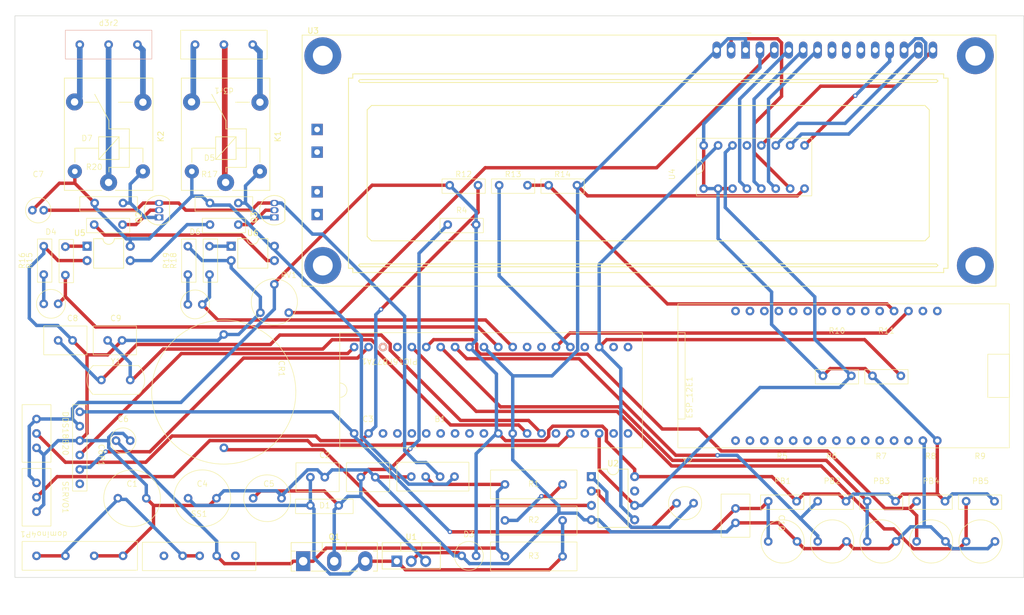
<source format=kicad_pcb>
(kicad_pcb (version 20221018) (generator pcbnew)
  (layers (0 "F.Cu" signal) (31 "B.Cu" signal) (34 "B.Paste" user) (35 "F.Paste" user) (36 "B.SilkS" user "B.Silkscreen") (37 "F.SilkS" user "F.Silkscreen") (38 "B.Mask" user) (39 "F.Mask" user) (44 "Edge.Cuts" user))
  (net 0 "")
  (net 1 "Net-(SS1-S1)")
  (net 2 "Net-(D1-K)")
  (net 3 "Net-(D1-A)")
  (net 4 "Net-(B1-VIN)")
  (net 5 "Net-(R1-Pad2)")
  (net 6 "GND1")
  (net 7 "+5V")
  (net 8 "GND2")
  (net 9 "+5P")
  (net 10 "ds_18b20")
  (net 11 "osc1")
  (net 20 "osc2")
  (net 21 "servo")
  (net 22 "scl")
  (net 23 "sda")
  (net 25 "tx")
  (net 27 "rx")
  (net 32 "Net-(CR1-VCC)")
  (net 34 "Net-(U3-VO)")
  (net 35 "Net-(U2-X1)")
  (net 38 "Net-(U2-X2)")
  (net 40 "Net-(U3-RS)")
  (net 41 "Net-(U3-R{slash}~{W})")
  (net 42 "Net-(U3-E)")
  (net 46 "pgc")
  (net 47 " pgd")
  (net 48 "rst")
  (net 49 "btn_1")
  (net 50 "btn_2")
  (net 51 "btn_3")
  (net 52 "btn_4")
  (net 56 "Net-(U3-DB4)")
  (net 57 "Net-(U3-DB5)")
  (net 58 "Net-(U3-DB6)")
  (net 59 "Net-(U3-DB7)")
  (net 60 "Net-(U3-A{slash}VEE)")
  (net 61 "Net-(D4-K)")
  (net 66 "relay_1")
  (net 83 "Net-(ESP_12E1-RX)")
  (net 95 "relay_2")
  (net 96 "Net-(Q3-B)")
  (net 97 "Net-(R15-Pad2)")
  (net 98 "Net-(R17-Pad1)")
  (net 99 "Net-(d3r1-NO)")
  (net 100 "Net-(d3r1-CO)")
  (net 101 "Net-(d3r1-NC)")
  (net 102 "Net-(d3r2-NO)")
  (net 103 "Net-(d3r2-CO)")
  (net 104 "Net-(d3r2-NC)")
  (net 105 "Net-(D5-A)")
  (net 106 "Net-(D6-K)")
  (net 107 "Net-(D7-A)")
  (net 108 "Net-(Q2-B)")
  (net 109 "Net-(R18-Pad2)")
  (net 110 "Net-(R20-Pad1)")
  (footprint "library_thuan_footprint:CAP_470uF" (layer "F.Cu") (at 84.1331 127.635)
    (fp_text reference "C5")
    (fp_text value "470uF")
  )
  (footprint "library_thuan_footprint:CAP_104" (layer "F.Cu") (at 49.53 100.43)
    (fp_text reference "C8")
    (fp_text value "22pF")
  )
  (footprint "Package_DIP:DIP-8_W7.62mm" (layer "F.Cu") (at 140.97 132.08)
    (fp_text reference "U2")
    (fp_text value "DS1307+")
  )
  (footprint "Package_TO_SOT_THT:TO-92_Inline" (layer "F.Cu") (at 64.77 86.36 90)
    (fp_text reference "Q2")
    (fp_text value "BC547")
  )
  (footprint "library_thuan_footprint:push_button" (layer "F.Cu") (at 183.39 133.35)
    (fp_text reference "PB2")
    (fp_text value "~")
  )
  (footprint "library_thuan_footprint:1N4007" (layer "F.Cu") (at 93.9 129.7)
    (fp_text reference "D1")
    (fp_text value "1N4007")
  )
  (footprint "library_thuan_footprint:RES_DEFAULT" (layer "F.Cu") (at 174.59 128.965)
    (fp_text reference "R5")
    (fp_text value "10k" hide)
  )
  (footprint "Display:LCD-016N002L" (layer "F.Cu") (at 168.13 56.8425)
    (fp_text reference "U3")
    (fp_text value "LCD-016N002L")
  )
  (footprint "library_thuan_footprint:DOMINO_3" (layer "F.Cu") (at 50.8 135.72 -90)
    (fp_text reference "SERVO1")
    (fp_text value "~")
  )
  (footprint "library_thuan_footprint:RES_DEFAULT" (layer "F.Cu") (at 183.31 128.965)
    (fp_text reference "R6")
    (fp_text value "10k")
  )
  (footprint "library_thuan_footprint:DOMINO_3" (layer "F.Cu") (at 50.8 124.46 -90)
    (fp_text reference "DDS18B20")
    (fp_text value "~")
  )
  (footprint "library_thuan_footprint:push_button" (layer "F.Cu") (at 192.11 133.35)
    (fp_text reference "PB3")
    (fp_text value "~")
  )
  (footprint "library_thuan_footprint:SWITCH_SLIDER" (layer "F.Cu") (at 71.83 141.15)
    (fp_text reference "SS1")
    (fp_text value "~")
  )
  (footprint "Package_TO_SOT_THT:TO-220-3_Vertical" (layer "F.Cu") (at 106.68 146.995)
    (fp_text reference "U1")
    (fp_text value "LM7805_TO220")
  )
  (footprint "library_thuan_footprint:RES_DEFAULT" (layer "F.Cu") (at 127.17 73.2225)
    (fp_text reference "R13")
    (fp_text value "1.2k")
  )
  (footprint "library_thuan_footprint:RES_DEFAULT" (layer "F.Cu") (at 55.8 80.17)
    (fp_text reference "R20")
    (fp_text value "1k")
  )
  (footprint "Package_DIP:DIP-4_W7.62mm" (layer "F.Cu") (at 52.08 91.435)
    (fp_text reference "U5")
    (fp_text value "PC817")
  )
  (footprint "library_thuan_footprint:CONNECT_6PIN" (layer "F.Cu") (at 60.96 128.27 -90)
    (fp_text reference "C6P1")
    (fp_text value "~")
  )
  (footprint "library_thuan_footprint:RES_DEFAULT" (layer "F.Cu") (at 76.2 80.17)
    (fp_text reference "R17")
    (fp_text value "1k")
  )
  (footprint "Package_DIP:DIP-4_W7.62mm" (layer "F.Cu") (at 77.48 91.435)
    (fp_text reference "U6")
    (fp_text value "PC817")
  )
  (footprint "library_thuan_footprint:RES_DEFAULT" (layer "F.Cu") (at 36.99 93.98 90)
    (fp_text reference "R16")
    (fp_text value "330")
  )
  (footprint "library_thuan_footprint:RES_1ohm_1w" (layer "F.Cu") (at 130.81 125.83)
    (fp_text reference "R1")
    (fp_text value "100ohm")
  )
  (footprint "library_thuan_footprint:1N4007" (layer "F.Cu") (at 76.2 76.36)
    (fp_text reference "D5")
    (fp_text value "1N4007")
  )
  (footprint "library_thuan_footprint:RES_DEFAULT" (layer "F.Cu") (at 40.8 94.06 90)
    (fp_text reference "R15")
    (fp_text value "1k")
  )
  (footprint "library_thuan_footprint:RES_DEFAULT" (layer "F.Cu") (at 118.11 80.17)
    (fp_text reference "R4")
    (fp_text value "1kohm")
  )
  (footprint "library_thuan_footprint:LED_5MM" (layer "F.Cu") (at 71.12 91.54)
    (fp_text reference "D6")
    (fp_text value "LED-RELAY_1")
  )
  (footprint "library_thuan_footprint:push_button" (layer "F.Cu") (at 209.55 133.35)
    (fp_text reference "PB5")
    (fp_text value "~")
  )
  (footprint "library_thuan_footprint:DOMINO_4_5mm" (layer "F.Cu") (at 48.26 156.21 180)
    (fp_text reference "domino4P1")
    (fp_text value "~")
  )
  (footprint "library_thuan_footprint:RES_DEFAULT" (layer "F.Cu") (at 66.2 93.98 90)
    (fp_text reference "R18")
    (fp_text value "1k")
  )
  (footprint "library_thuan_footprint:1N4007" (layer "F.Cu") (at 55.88 76.36)
    (fp_text reference "D7")
    (fp_text value "1N4007")
  )
  (footprint "Relay_THT:Relay_SPDT_SANYOU_SRD_Series_Form_C" (layer "F.Cu") (at 55.88 80.19 90)
    (fp_text reference "K2")
    (fp_text value "SANYOU_SRD_Form_C")
  )
  (footprint "library_thuan_footprint:crytal_20M" (layer "F.Cu") (at 57.15 108.685)
    (fp_text reference "Y1")
    (fp_text value "Crystal 20M")
  )
  (footprint "library_thuan_footprint:DOMINO_3_5mm" (layer "F.Cu") (at 76.2 63.5 180)
    (fp_text reference "d3r1")
    (fp_text value "~")
  )
  (footprint "library_thuan_footprint:CAP_104" (layer "F.Cu") (at 102.87 124.56)
    (fp_text reference "C3")
    (fp_text value "104")
  )
  (footprint "library_thuan_footprint:RES_DEFAULT" (layer "F.Cu") (at 62.39 93.98 90)
    (fp_text reference "R19")
    (fp_text value "330")
  )
  (footprint "library_thuan_footprint:PIC_16F877A" (layer "F.Cu") (at 94.08 113.03 90)
    (fp_text reference "PIC16F877A1")
    (fp_text value "~")
  )
  (footprint "library_thuan_footprint:RM065-103" (layer "F.Cu") (at 85.09 92.9995)
    (fp_text reference "RV1")
    (fp_text value "10k")
  )
  (footprint "Package_TO_SOT_THT:TO-92_Inline" (layer "F.Cu") (at 85.09 86.36 90)
    (fp_text reference "Q3")
    (fp_text value "BC547")
  )
  (footprint "library_thuan_footprint:RES_DEFAULT" (layer "F.Cu") (at 192.03 128.965)
    (fp_text reference "R7")
    (fp_text value "10k")
  )
  (footprint "library_thuan_footprint:CAP_104" (layer "F.Cu") (at 173.99 140.235 -90)
    (fp_text reference "C10")
    (fp_text value "100nF")
  )
  (footprint "library_thuan_footprint:RES_DEFAULT" (layer "F.Cu") (at 209.47 128.965)
    (fp_text reference "R9")
    (fp_text value "10k")
  )
  (footprint "library_thuan_footprint:LED_5MM" (layer "F.Cu") (at 45.72 91.44)
    (fp_text reference "D4")
    (fp_text value "LED-RELAY_1")
  )
  (footprint "library_thuan_footprint:CAP_1000uF" (layer "F.Cu") (at 60.02 130.89)
    (fp_text reference "C1")
    (fp_text value "1000uF")
  )
  (footprint "library_thuan_footprint:RES_DEFAULT" (layer "F.Cu") (at 200.75 128.965)
    (fp_text reference "R8")
    (fp_text value "10k")
  )
  (footprint "library_thuan_footprint:RES_DEFAULT" (layer "F.Cu") (at 135.89 73.2225)
    (fp_text reference "R14")
    (fp_text value "2.4k")
  )
  (footprint "library_thuan_footprint:ESP8266_12E" (layer "F.Cu") (at 158.75 118.11 90)
    (fp_text reference "ESP_12E1")
    (fp_text value "~")
  )
  (footprint "library_thuan_footprint:push_button" (layer "F.Cu") (at 200.83 133.35)
    (fp_text reference "PB4")
    (fp_text value "~")
  )
  (footprint "library_thuan_footprint:RES_DEFAULT" (layer "F.Cu") (at 184.24 106.84)
    (fp_text reference "R10")
    (fp_text value "4.7k")
  )
  (footprint "library_thuan_footprint:RES_DEFAULT" (layer "F.Cu") (at 118.45 73.2225)
    (fp_text reference "R12")
    (fp_text value "4.7k")
  )
  (footprint "library_thuan_footprint:LED_5MM" (layer "F.Cu") (at 119.38 135.89)
    (fp_text reference "D3")
    (fp_text value "LED-NGUON")
  )
  (footprint "library_thuan_footprint:cr2032" (layer "F.Cu") (at 88.8746 117.1702 -90)
    (fp_text reference "CR1")
    (fp_text value "~")
  )
  (footprint "library_thuan_footprint:PCF8574" (layer "F.Cu") (at 155.675 78.74 90)
    (fp_text reference "U4")
    (fp_text value "PCF8574")
  )
  (footprint "library_thuan_footprint:RES_1ohm_1w" (layer "F.Cu") (at 130.81 132.18)
    (fp_text reference "R2")
    (fp_text value "100ohm")
  )
  (footprint "library_thuan_footprint:RES_DEFAULT" (layer "F.Cu") (at 192.96 106.84)
    (fp_text reference "R11")
    (fp_text value "4.7k")
  )
  (footprint "library_thuan_footprint:B1205S-1WR3_12_5V" (layer "F.Cu") (at 114.3 124.46)
    (fp_text reference "B1")
    (fp_text value "~")
  )
  (footprint "library_thuan_footprint:CAP_2.2uF" (layer "F.Cu") (at 58.44 119.48)
    (fp_text reference "C6")
    (fp_text value "2.2uF")
  )
  (footprint "library_thuan_footprint:CAP_104" (layer "F.Cu") (at 93.98 124.56)
    (fp_text reference "C2")
    (fp_text value "104")
  )
  (footprint "Package_TO_SOT_THT:TO-218-3_Vertical" (layer "F.Cu") (at 90.17 146.995)
    (fp_text reference "Q1")
    (fp_text value "2SB688")
  )
  (footprint "library_thuan_footprint:crytal_32.768KHz" (layer "F.Cu") (at 157.8955 129.7623)
    (fp_text reference "Y2")
    (fp_text value "Crystal 32.768KHz")
  )
  (footprint "library_thuan_footprint:CAP_10uF" (layer "F.Cu") (at 43.475 79.24)
    (fp_text reference "C7")
    (fp_text value "10uF")
  )
  (footprint "library_thuan_footprint:RES_1ohm_1w" (layer "F.Cu") (at 130.81 138.53)
    (fp_text reference "R3")
    (fp_text value "100ohm")
  )
  (footprint "library_thuan_footprint:CAP_104" (layer "F.Cu") (at 58.25 100.43)
    (fp_text reference "C9")
    (fp_text value "22pF")
  )
  (footprint "library_thuan_footprint:CAP_1000uF" (layer "F.Cu") (at 72.39 130.89)
    (fp_text reference "C4")
    (fp_text value "1000uF")
  )
  (footprint "Relay_THT:Relay_SPDT_SANYOU_SRD_Series_Form_C" (layer "F.Cu") (at 76.5 80.19 90)
    (fp_text reference "K1")
    (fp_text value "SANYOU_SRD_Form_C")
  )
  (footprint "library_thuan_footprint:push_button" (layer "F.Cu") (at 174.67 133.35)
    (fp_text reference "PB1")
    (fp_text value "~")
  )
  (footprint "library_thuan_footprint:DOMINO_3_5mm" (layer "B.Cu") (at 55.88 48.26 180)
    (fp_text reference "d3r2")
    (fp_text value "~")
  )
  (gr_rect (start 39.37 50.8) (end 217.17 149.86) (stroke (width 0.1)) (fill none) (layer "Edge.Cuts"))
  (segment (start 71.93 146.05) (end 68.93 146.05) (width 0.6) (layer "F.Cu") (net 1))
  (segment (start 48.26 146.05) (end 43.18 146.05) (width 0.6) (layer "F.Cu") (net 1))
  (segment (start 48.26 146.05) (end 48.26 145.353) (width 0.4) (layer "B.Cu") (net 1))
  (segment (start 57.52 136.0929) (end 58.9729 136.0929) (width 0.6) (layer "B.Cu") (net 1))
  (segment (start 57.52 136.0929) (end 57.52 135.89) (width 0.4) (layer "B.Cu") (net 1))
  (segment (start 48.26 145.3529) (end 48.26 145.353) (width 0.6) (layer "B.Cu") (net 1))
  (segment (start 57.52 136.093) (end 57.52 136.0929) (width 0.4) (layer "B.Cu") (net 1))
  (segment (start 58.9729 136.0929) (end 68.93 146.05) (width 0.6) (layer "B.Cu") (net 1))
  (segment (start 57.52 136.0929) (end 48.26 145.3529) (width 0.6) (layer "B.Cu") (net 1))
  (segment (start 133.5271 148.5129) (end 135.89 146.15) (width 0.6) (layer "F.Cu") (net 2))
  (segment (start 101.12 146.995) (end 106.68 146.995) (width 0.6) (layer "F.Cu") (net 2))
  (segment (start 108.1979 148.5129) (end 133.5271 148.5129) (width 0.6) (layer "F.Cu") (net 2))
  (segment (start 106.68 146.995) (end 108.1979 148.5129) (width 0.6) (layer "F.Cu") (net 2))
  (segment (start 101.12 146.995) (end 101.12 146.4575) (width 0.4) (layer "B.Cu") (net 2))
  (segment (start 91.44 132.18) (end 91.44 137.16) (width 0.6) (layer "B.Cu") (net 2))
  (segment (start 135.89 146.15) (end 135.89 139.8) (width 0.6) (layer "B.Cu") (net 2))
  (segment (start 71.16 137.16) (end 69.89 135.89) (width 0.6) (layer "B.Cu") (net 2))
  (segment (start 94.9054 149.2498) (end 92.0788 146.4232) (width 0.6) (layer "B.Cu") (net 2))
  (segment (start 91.44 137.16) (end 71.16 137.16) (width 0.6) (layer "B.Cu") (net 2))
  (segment (start 92.0788 137.7988) (end 91.44 137.16) (width 0.6) (layer "B.Cu") (net 2))
  (segment (start 98.3277 149.2498) (end 94.9054 149.2498) (width 0.6) (layer "B.Cu") (net 2))
  (segment (start 92.0788 146.4232) (end 92.0788 137.7988) (width 0.6) (layer "B.Cu") (net 2))
  (segment (start 101.12 146.4575) (end 98.3277 149.2498) (width 0.6) (layer "B.Cu") (net 2))
  (segment (start 101.12 146.4575) (end 101.12 145.92) (width 0.4) (layer "B.Cu") (net 2))
  (segment (start 82.644 134.606) (end 81.36 135.89) (width 0.6) (layer "F.Cu") (net 3))
  (segment (start 101.6924 130.8176) (end 105.393 130.8176) (width 0.6) (layer "F.Cu") (net 3))
  (segment (start 100.33 132.18) (end 101.6924 130.8176) (width 0.6) (layer "F.Cu") (net 3))
  (segment (start 95.645 146.995) (end 96.44 146.995) (width 0.4) (layer "F.Cu") (net 3))
  (segment (start 96.44 137.16) (end 93.886 134.606) (width 0.6) (layer "F.Cu") (net 3))
  (segment (start 105.393 130.8176) (end 109.0291 127.1815) (width 0.6) (layer "F.Cu") (net 3))
  (segment (start 93.886 134.606) (end 82.644 134.606) (width 0.6) (layer "F.Cu") (net 3))
  (via (at 109.0291 127.1815) (size 0.8) (drill 0.4) (layers "F.Cu" "B.Cu") (net 3))
  (segment (start 110.59 92.69) (end 110.59 125.6206) (width 0.6) (layer "B.Cu") (net 3))
  (segment (start 98.035 135.565) (end 100.33 135.565) (width 0.6) (layer "B.Cu") (net 3))
  (segment (start 100.33 135.565) (end 100.33 132.18) (width 0.6) (layer "B.Cu") (net 3))
  (segment (start 96.44 137.16) (end 98.035 135.565) (width 0.6) (layer "B.Cu") (net 3))
  (segment (start 95.645 137.955) (end 96.44 137.16) (width 0.6) (layer "B.Cu") (net 3))
  (segment (start 110.59 125.6206) (end 109.0291 127.1815) (width 0.6) (layer "B.Cu") (net 3))
  (segment (start 111.76 146.995) (end 100.33 135.565) (width 0.6) (layer "B.Cu") (net 3))
  (segment (start 95.645 146.995) (end 95.645 137.955) (width 0.6) (layer "B.Cu") (net 3))
  (segment (start 115.65 87.63) (end 110.59 92.69) (width 0.6) (layer "B.Cu") (net 3))
  (segment (start 124.2634 144.6834) (end 94.2319 144.6834) (width 0.6) (layer "F.Cu") (net 4))
  (segment (start 76.3073 147.4273) (end 87.9874 147.4273) (width 0.6) (layer "F.Cu") (net 4))
  (segment (start 94.2319 144.6834) (end 91.9203 146.995) (width 0.6) (layer "F.Cu") (net 4))
  (segment (start 125.73 146.15) (end 124.2634 144.6834) (width 0.6) (layer "F.Cu") (net 4))
  (segment (start 90.17 146.995) (end 88.4197 146.995) (width 0.6) (layer "F.Cu") (net 4))
  (segment (start 87.9874 147.4273) (end 88.4197 146.995) (width 0.6) (layer "F.Cu") (net 4))
  (segment (start 74.93 146.05) (end 76.3073 147.4273) (width 0.6) (layer "F.Cu") (net 4))
  (segment (start 90.17 146.995) (end 91.9203 146.995) (width 0.6) (layer "F.Cu") (net 4))
  (segment (start 125.73 133.45) (end 113.13 133.45) (width 0.6) (layer "F.Cu") (net 4))
  (segment (start 113.13 133.45) (end 111.76 132.08) (width 0.6) (layer "F.Cu") (net 4))
  (segment (start 125.73 146.15) (end 124.4066 144.8266) (width 0.6) (layer "B.Cu") (net 4))
  (segment (start 124.4066 144.8266) (end 124.4066 134.7734) (width 0.6) (layer "B.Cu") (net 4))
  (segment (start 57.19 125.73) (end 74.93 143.47) (width 0.6) (layer "B.Cu") (net 4))
  (segment (start 74.93 143.47) (end 74.93 146.05) (width 0.6) (layer "B.Cu") (net 4))
  (segment (start 124.4066 134.7734) (end 125.73 133.45) (width 0.6) (layer "B.Cu") (net 4))
  (segment (start 133.7982 135.5418) (end 135.89 133.45) (width 0.6) (layer "F.Cu") (net 5))
  (segment (start 132.154 135.5418) (end 133.7982 135.5418) (width 0.6) (layer "F.Cu") (net 5))
  (via (at 132.154 135.5418) (size 0.8) (drill 0.4) (layers "F.Cu" "B.Cu") (net 5))
  (segment (start 127.8958 139.8) (end 132.154 135.5418) (width 0.6) (layer "B.Cu") (net 5))
  (segment (start 125.73 139.8) (end 127.8958 139.8) (width 0.6) (layer "B.Cu") (net 5))
  (segment (start 46.985 93.975) (end 44.45 91.44) (width 0.6) (layer "F.Cu") (net 6))
  (segment (start 49.53 108.05) (end 52.0776 110.5976) (width 0.6) (layer "F.Cu") (net 6))
  (segment (start 117.5438 145.4838) (end 110.7312 145.4838) (width 0.6) (layer "F.Cu") (net 6))
  (segment (start 109.22 132.13) (end 102.92 132.13) (width 0.6) (layer "F.Cu") (net 6))
  (segment (start 184.6676 144.7724) (end 185.93 143.51) (width 0.6) (layer "F.Cu") (net 6))
  (segment (start 74.89 135.89) (end 73.6199 137.1601) (width 0.6) (layer "F.Cu") (net 6))
  (segment (start 52.0776 110.5976) (end 52.0776 124.4524) (width 0.6) (layer "F.Cu") (net 6))
  (segment (start 73.6199 137.1601) (end 63.7901 137.1601) (width 0.6) (layer "F.Cu") (net 6))
  (segment (start 52.0776 110.5976) (end 55.7024 110.5976) (width 0.6) (layer "F.Cu") (net 6))
  (segment (start 166.37 140.235) (end 173.935 140.235) (width 0.6) (layer "F.Cu") (net 6))
  (segment (start 185.93 143.51) (end 187.1936 144.7736) (width 0.6) (layer "F.Cu") (net 6))
  (segment (start 109.22 132.08) (end 109.22 132.13) (width 0.4) (layer "F.Cu") (net 6))
  (segment (start 193.3864 144.7736) (end 194.65 143.51) (width 0.6) (layer "F.Cu") (net 6))
  (segment (start 178.4724 144.7724) (end 184.6676 144.7724) (width 0.6) (layer "F.Cu") (net 6))
  (segment (start 187.1936 144.7736) (end 193.3864 144.7736) (width 0.6) (layer "F.Cu") (net 6))
  (segment (start 53.34 146.05) (end 58.42 146.05) (width 0.6) (layer "F.Cu") (net 6))
  (segment (start 140.2997 82.5522) (end 138.43 80.6825) (width 0.6) (layer "F.Cu") (net 6))
  (segment (start 177.2628 82.5522) (end 140.2997 82.5522) (width 0.6) (layer "F.Cu") (net 6))
  (segment (start 178.535 81.28) (end 177.2628 82.5522) (width 0.6) (layer "F.Cu") (net 6))
  (segment (start 52.0776 124.4524) (end 50.8 125.73) (width 0.6) (layer "F.Cu") (net 6))
  (segment (start 52.08 93.975) (end 46.985 93.975) (width 0.6) (layer "F.Cu") (net 6))
  (segment (start 173.935 140.235) (end 177.21 143.51) (width 0.6) (layer "F.Cu") (net 6))
  (segment (start 63.7901 137.1601) (end 63.7901 140.6799) (width 0.6) (layer "F.Cu") (net 6))
  (segment (start 63.7901 140.6799) (end 58.42 146.05) (width 0.6) (layer "F.Cu") (net 6))
  (segment (start 118.11 146.05) (end 117.5438 145.4838) (width 0.6) (layer "F.Cu") (net 6))
  (segment (start 177.21 143.51) (end 178.4724 144.7724) (width 0.6) (layer "F.Cu") (net 6))
  (segment (start 102.92 132.13) (end 102.87 132.18) (width 0.6) (layer "F.Cu") (net 6))
  (segment (start 110.7312 145.4838) (end 109.22 146.995) (width 0.6) (layer "F.Cu") (net 6))
  (segment (start 55.7024 110.5976) (end 58.25 108.05) (width 0.6) (layer "F.Cu") (net 6))
  (segment (start 63.7901 137.1601) (end 62.52 135.89) (width 0.6) (layer "F.Cu") (net 6))
  (segment (start 109.22 132.13) (end 109.22 132.18) (width 0.4) (layer "F.Cu") (net 6))
  (segment (start 138.5376 80.6825) (end 138.5376 109.794) (width 0.6) (layer "B.Cu") (net 6))
  (segment (start 135.2481 138.5211) (end 135.2481 137.2815) (width 0.6) (layer "B.Cu") (net 6))
  (segment (start 102.87 132.18) (end 101.5825 130.8925) (width 0.6) (layer "B.Cu") (net 6))
  (segment (start 204.639 144.779) (end 210.821 144.779) (width 0.6) (layer "B.Cu") (net 6))
  (segment (start 75.1348 108.05) (end 76.1746 107.0102) (width 0.6) (layer "B.Cu") (net 6))
  (segment (start 85.4654 134.5755) (end 86.36 135.4701) (width 0.6) (layer "B.Cu") (net 6))
  (segment (start 82.63 103.1595) (end 82.63 100.41) (width 0.6) (layer "B.Cu") (net 6))
  (segment (start 199.6192 125.9592) (end 199.6192 140.93) (width 0.6) (layer "B.Cu") (net 6))
  (segment (start 44.45 92.71) (end 44.45 91.44) (width 0.6) (layer "B.Cu") (net 6))
  (segment (start 59.69 125.73) (end 58.4124 124.4524) (width 0.6) (layer "B.Cu") (net 6))
  (segment (start 78.7793 107.0102) (end 82.63 103.1595) (width 0.6) (layer "B.Cu") (net 6))
  (segment (start 41.91 104.14) (end 41.91 95.25) (width 0.6) (layer "B.Cu") (net 6))
  (segment (start 76.1746 107.0102) (end 78.7793 107.0102) (width 0.6) (layer "B.Cu") (net 6))
  (segment (start 140.97 139.7) (end 142.2703 139.7) (width 0.6) (layer "B.Cu") (net 6))
  (segment (start 76.2045 134.5755) (end 85.4654 134.5755) (width 0.6) (layer "B.Cu") (net 6))
  (segment (start 164.7942 141.8108) (end 166.37 140.235) (width 0.6) (layer "B.Cu") (net 6))
  (segment (start 199.6192 140.93) (end 197.23 140.93) (width 0.6) (layer "B.Cu") (net 6))
  (segment (start 165.0503 54.8422) (end 163.05 56.8425) (width 0.6) (layer "B.Cu") (net 6))
  (segment (start 86.36 135.4701) (end 86.36 135.89) (width 0.6) (layer "B.Cu") (net 6))
  (segment (start 101.5825 130.8925) (end 95.2675 130.8925) (width 0.6) (layer "B.Cu") (net 6))
  (segment (start 134.0316 114.3) (end 127.1 114.3) (width 0.6) (layer "B.Cu") (net 6))
  (segment (start 43.18 138.26) (end 44.4424 136.9976) (width 0.6) (layer "B.Cu") (net 6))
  (segment (start 140.97 139.7) (end 139.6697 139.7) (width 0.6) (layer "B.Cu") (net 6))
  (segment (start 168.13 54.8422) (end 165.0503 54.8422) (width 0.6) (layer "B.Cu") (net 6))
  (segment (start 90.9584 130.8717) (end 86.36 135.4701) (width 0.6) (layer "B.Cu") (net 6))
  (segment (start 144.3811 141.8108) (end 164.7942 141.8108) (width 0.6) (layer "B.Cu") (net 6))
  (segment (start 82.63 100.41) (end 77.48 95.26) (width 0.6) (layer "B.Cu") (net 6))
  (segment (start 92.6717 130.8717) (end 90.9584 130.8717) (width 0.6) (layer "B.Cu") (net 6))
  (segment (start 199.452 125.792) (end 199.39 125.73) (width 0.4) (layer "B.Cu") (net 6))
  (segment (start 127.1 124.46) (end 127.1 114.3) (width 0.6) (layer "B.Cu") (net 6))
  (segment (start 127.1 114.3) (end 122.02 109.22) (width 0.6) (layer "B.Cu") (net 6))
  (segment (start 62.52 135.89) (end 62.52 133.5898) (width 0.6) (layer "B.Cu") (net 6))
  (segment (start 72.385 93.975) (end 69.85 91.44) (width 0.6) (layer "B.Cu") (net 6))
  (segment (start 46.9748 125.73) (end 44.4424 128.2624) (width 0.6) (layer "B.Cu") (net 6))
  (segment (start 55.8989 125.171) (end 55.8989 125.73) (width 0.6) (layer "B.Cu") (net 6))
  (segment (start 44.4424 128.2624) (end 43.18 127) (width 0.6) (layer "B.Cu") (net 6))
  (segment (start 142.2703 139.7) (end 144.3811 141.8108) (width 0.6) (layer "B.Cu") (net 6))
  (segment (start 46.89 105.41) (end 43.18 105.41) (width 0.6) (layer "B.Cu") (net 6))
  (segment (start 58.4124 124.4524) (end 56.6175 124.4524) (width 0.6) (layer "B.Cu") (net 6))
  (segment (start 55.8989 125.73) (end 50.8 125.73) (width 0.6) (layer "B.Cu") (net 6))
  (segment (start 126.3504 147.4188) (end 135.2481 138.5211) (width 0.6) (layer "B.Cu") (net 6))
  (segment (start 74.89 135.89) (end 76.2045 134.5755) (width 0.6) (layer "B.Cu") (net 6))
  (segment (start 102.87 132.18) (end 116.74 146.05) (width 0.6) (layer "B.Cu") (net 6))
  (segment (start 199.6192 140.93) (end 200.79 140.93) (width 0.6) (layer "B.Cu") (net 6))
  (segment (start 116.74 146.05) (end 118.11 146.05) (width 0.6) (layer "B.Cu") (net 6))
  (segment (start 50.8 125.73) (end 46.9748 125.73) (width 0.6) (layer "B.Cu") (net 6))
  (segment (start 62.52 133.5898) (end 55.8989 126.9687) (width 0.6) (layer "B.Cu") (net 6))
  (segment (start 49.53 108.05) (end 46.89 105.41) (width 0.6) (layer "B.Cu") (net 6))
  (segment (start 43.18 105.41) (end 41.91 104.14) (width 0.6) (layer "B.Cu") (net 6))
  (segment (start 93.98 132.18) (end 92.6717 130.8717) (width 0.6) (layer "B.Cu") (net 6))
  (segment (start 119.4788 147.4188) (end 126.3504 147.4188) (width 0.6) (layer "B.Cu") (net 6))
  (segment (start 203.37 143.51) (end 204.639 144.779) (width 0.6) (layer "B.Cu") (net 6))
  (segment (start 56.6175 124.4524) (end 55.8989 125.171) (width 0.6) (layer "B.Cu") (net 6))
  (segment (start 77.48 95.26) (end 77.48 93.975) (width 0.6) (layer "B.Cu") (net 6))
  (segment (start 95.2675 130.8925) (end 93.98 132.18) (width 0.6) (layer "B.Cu") (net 6))
  (segment (start 135.2481 137.2815) (end 127.1 129.1334) (width 0.6) (layer "B.Cu") (net 6))
  (segment (start 138.5376 109.794) (end 134.0316 114.3) (width 0.6) (layer "B.Cu") (net 6))
  (segment (start 163.05 56.8425) (end 139.21 80.6825) (width 0.6) (layer "B.Cu") (net 6))
  (segment (start 139.21 80.6825) (end 138.5376 80.6825) (width 0.6) (layer "B.Cu") (net 6))
  (segment (start 138.5376 80.6825) (end 138.43 80.6825) (width 0.6) (layer "B.Cu") (net 6))
  (segment (start 168.13 56.8425) (end 168.13 54.8422) (width 0.6) (layer "B.Cu") (net 6))
  (segment (start 200.79 140.93) (end 203.37 143.51) (width 0.6) (layer "B.Cu") (net 6))
  (segment (start 58.25 108.05) (end 75.1348 108.05) (width 0.6) (layer "B.Cu") (net 6))
  (segment (start 138.4908 138.5211) (end 139.6697 139.7) (width 0.6) (layer "B.Cu") (net 6))
  (segment (start 41.91 95.25) (end 44.45 92.71) (width 0.6) (layer "B.Cu") (net 6))
  (segment (start 118.11 146.05) (end 119.4788 147.4188) (width 0.6) (layer "B.Cu") (net 6))
  (segment (start 44.4424 136.9976) (end 44.4424 128.2624) (width 0.6) (layer "B.Cu") (net 6))
  (segment (start 135.2481 138.5211) (end 138.4908 138.5211) (width 0.6) (layer "B.Cu") (net 6))
  (segment (start 127.1 129.1334) (end 127.1 124.46) (width 0.6) (layer "B.Cu") (net 6))
  (segment (start 77.48 93.975) (end 72.385 93.975) (width 0.6) (layer "B.Cu") (net 6))
  (segment (start 55.8989 126.9687) (end 55.8989 125.73) (width 0.6) (layer "B.Cu") (net 6))
  (segment (start 199.452 125.792) (end 199.6192 125.9592) (width 0.6) (layer "B.Cu") (net 6))
  (segment (start 210.821 144.779) (end 212.09 143.51) (width 0.6) (layer "B.Cu") (net 6))
  (segment (start 197.23 140.93) (end 194.65 143.51) (width 0.6) (layer "B.Cu") (net 6))
  (segment (start 194.57 136.425) (end 195.8324 135.1626) (width 0.6) (layer "F.Cu") (net 7))
  (segment (start 119.903 87.63) (end 120.65 87.63) (width 0.4) (layer "F.Cu") (net 7))
  (segment (start 184.5672 135.1422) (end 178.4128 135.1422) (width 0.6) (layer "F.Cu") (net 7))
  (segment (start 85.09 97.9118) (end 85.09 98.1595) (width 0.6) (layer "F.Cu") (net 7))
  (segment (start 133.45 123.8972) (end 134.1652 123.182) (width 0.6) (layer "F.Cu") (net 7))
  (segment (start 178.4128 135.1422) (end 177.13 136.425) (width 0.6) (layer "F.Cu") (net 7))
  (segment (start 134.1652 123.182) (end 142.8922 123.182) (width 0.6) (layer "F.Cu") (net 7))
  (segment (start 183.0535 113.0265) (end 181.78 114.3) (width 0.6) (layer "F.Cu") (net 7))
  (segment (start 148.59 132.08) (end 172.785 132.08) (width 0.6) (layer "F.Cu") (net 7))
  (segment (start 133.45 124.9905) (end 133.45 123.8972) (width 0.6) (layer "F.Cu") (net 7))
  (segment (start 124.56 124.46) (end 125.8311 125.7311) (width 0.6) (layer "F.Cu") (net 7))
  (segment (start 190.5 114.3) (end 189.2265 113.0265) (width 0.6) (layer "F.Cu") (net 7))
  (segment (start 102.3193 80.6825) (end 85.09 97.9118) (width 0.6) (layer "F.Cu") (net 7))
  (segment (start 160.755 81.28) (end 160.755 73.66) (width 0.6) (layer "F.Cu") (net 7))
  (segment (start 163.295 81.28) (end 165.835 81.28) (width 0.6) (layer "F.Cu") (net 7))
  (segment (start 115.99 80.6825) (end 102.3193 80.6825) (width 0.6) (layer "F.Cu") (net 7))
  (segment (start 201.93 135.1626) (end 202.0276 135.1626) (width 0.6) (layer "F.Cu") (net 7))
  (segment (start 202.0276 135.1626) (end 203.29 136.425) (width 0.6) (layer "F.Cu") (net 7))
  (segment (start 132.7094 125.7311) (end 133.45 124.9905) (width 0.6) (layer "F.Cu") (net 7))
  (segment (start 195.8324 135.1626) (end 201.93 135.1626) (width 0.6) (layer "F.Cu") (net 7))
  (segment (start 201.93 125.73) (end 201.93 135.1626) (width 0.6) (layer "F.Cu") (net 7))
  (segment (start 189.2265 113.0265) (end 183.0535 113.0265) (width 0.6) (layer "F.Cu") (net 7))
  (segment (start 143.61 125.7997) (end 148.59 130.7797) (width 0.6) (layer "F.Cu") (net 7))
  (segment (start 172.785 132.08) (end 177.13 136.425) (width 0.6) (layer "F.Cu") (net 7))
  (segment (start 142.8922 123.182) (end 143.61 123.8998) (width 0.6) (layer "F.Cu") (net 7))
  (segment (start 185.85 136.425) (end 184.5672 135.1422) (width 0.6) (layer "F.Cu") (net 7))
  (segment (start 148.59 132.08) (end 148.59 130.7797) (width 0.6) (layer "F.Cu") (net 7))
  (segment (start 125.8311 125.7311) (end 132.7094 125.7311) (width 0.6) (layer "F.Cu") (net 7))
  (segment (start 143.61 123.8998) (end 143.61 125.7997) (width 0.6) (layer "F.Cu") (net 7))
  (segment (start 41.9024 131.9024) (end 41.9024 123.1976) (width 0.6) (layer "B.Cu") (net 7))
  (segment (start 85.09 98.1595) (end 85.09 102.5222) (width 0.6) (layer "B.Cu") (net 7))
  (segment (start 170.67 59.9599) (end 170.67 56.8425) (width 0.6) (layer "B.Cu") (net 7))
  (segment (start 160.755 69.8749) (end 170.67 59.9599) (width 0.6) (layer "B.Cu") (net 7))
  (segment (start 120.65 85.3425) (end 120.65 87.63) (width 0.6) (layer "B.Cu") (net 7))
  (segment (start 43.18 133.18) (end 41.9024 131.9024) (width 0.6) (layer "B.Cu") (net 7))
  (segment (start 187.1132 135.1618) (end 193.3068 135.1618) (width 0.6) (layer "B.Cu") (net 7))
  (segment (start 190.5 114.3) (end 201.93 125.73) (width 0.6) (layer "B.Cu") (net 7))
  (segment (start 204.5875 135.1275) (end 203.29 136.425) (width 0.6) (layer "B.Cu") (net 7))
  (segment (start 212.01 136.425) (end 210.7125 135.1275) (width 0.6) (layer "B.Cu") (net 7))
  (segment (start 163.295 81.28) (end 160.755 81.28) (width 0.6) (layer "B.Cu") (net 7))
  (segment (start 160.755 73.66) (end 160.755 69.8749) (width 0.6) (layer "B.Cu") (net 7))
  (segment (start 172.72 105.24) (end 172.72 99.5072) (width 0.6) (layer "B.Cu") (net 7))
  (segment (start 185.85 136.425) (end 187.1132 135.1618) (width 0.6) (layer "B.Cu") (net 7))
  (segment (start 49.5224 121.9124) (end 50.8 123.19) (width 0.6) (layer "B.Cu") (net 7))
  (segment (start 124.2298 124.46) (end 124.56 124.46) (width 0.6) (layer "B.Cu") (net 7))
  (segment (start 49.5224 120.0843) (end 49.5224 121.9124) (width 0.6) (layer "B.Cu") (net 7))
  (segment (start 163.295 90.0822) (end 163.295 81.28) (width 0.6) (layer "B.Cu") (net 7))
  (segment (start 119.48 109.22) (end 124.2298 113.9698) (width 0.6) (layer "B.Cu") (net 7))
  (segment (start 43.1876 121.9124) (end 43.18 121.92) (width 0.6) (layer "B.Cu") (net 7))
  (segment (start 50.607 118.9997) (end 49.5224 120.0843) (width 0.6) (layer "B.Cu") (net 7))
  (segment (start 210.7125 135.1275) (end 204.5875 135.1275) (width 0.6) (layer "B.Cu") (net 7))
  (segment (start 172.72 99.5072) (end 163.295 90.0822) (width 0.6) (layer "B.Cu") (net 7))
  (segment (start 120.65 108.05) (end 119.48 109.22) (width 0.6) (layer "B.Cu") (net 7))
  (segment (start 181.78 114.3) (end 172.72 105.24) (width 0.6) (layer "B.Cu") (net 7))
  (segment (start 124.2298 113.9698) (end 124.2298 124.46) (width 0.6) (layer "B.Cu") (net 7))
  (segment (start 120.65 146.05) (end 120.65 128.0398) (width 0.6) (layer "B.Cu") (net 7))
  (segment (start 193.3068 135.1618) (end 194.57 136.425) (width 0.6) (layer "B.Cu") (net 7))
  (segment (start 41.9024 123.1976) (end 43.18 121.92) (width 0.6) (layer "B.Cu") (net 7))
  (segment (start 120.65 87.63) (end 120.65 108.05) (width 0.6) (layer "B.Cu") (net 7))
  (segment (start 85.09 102.5222) (end 68.6125 118.9997) (width 0.6) (layer "B.Cu") (net 7))
  (segment (start 49.5224 121.9124) (end 43.1876 121.9124) (width 0.6) (layer "B.Cu") (net 7))
  (segment (start 115.99 80.6825) (end 120.65 85.3425) (width 0.6) (layer "B.Cu") (net 7))
  (segment (start 120.65 128.0398) (end 124.2298 124.46) (width 0.6) (layer "B.Cu") (net 7))
  (segment (start 68.6125 118.9997) (end 50.607 118.9997) (width 0.6) (layer "B.Cu") (net 7))
  (segment (start 81.0502 85.0824) (end 82.3126 83.82) (width 0.6) (layer "F.Cu") (net 8))
  (segment (start 69.4828 85.0824) (end 81.0502 85.0824) (width 0.6) (layer "F.Cu") (net 8))
  (segment (start 64.77 83.82) (end 68.2204 83.82) (width 0.6) (layer "F.Cu") (net 8))
  (segment (start 82.3126 83.82) (end 85.09 83.82) (width 0.6) (layer "F.Cu") (net 8))
  (segment (start 68.2204 83.82) (end 69.4828 85.0824) (width 0.6) (layer "F.Cu") (net 8))
  (segment (start 60.7226 85.09) (end 61.9926 83.82) (width 0.6) (layer "F.Cu") (net 8))
  (segment (start 61.9926 83.82) (end 64.77 83.82) (width 0.6) (layer "F.Cu") (net 8))
  (segment (start 44.45 85.09) (end 60.7226 85.09) (width 0.6) (layer "F.Cu") (net 8))
  (segment (start 110.1487 129.5976) (end 111.8176 129.5976) (width 0.6) (layer "B.Cu") (net 8))
  (segment (start 111.8176 129.5976) (end 114.3 132.08) (width 0.6) (layer "B.Cu") (net 8))
  (segment (start 108.0499 127.4988) (end 110.1487 129.5976) (width 0.6) (layer "B.Cu") (net 8))
  (segment (start 86.3403 83.82) (end 91.8289 89.3086) (width 0.6) (layer "B.Cu") (net 8))
  (segment (start 93.5858 89.3086) (end 108.0499 103.7727) (width 0.6) (layer "B.Cu") (net 8))
  (segment (start 108.0499 103.7727) (end 108.0499 127.4988) (width 0.6) (layer "B.Cu") (net 8))
  (segment (start 85.09 83.82) (end 86.3403 83.82) (width 0.6) (layer "B.Cu") (net 8))
  (segment (start 91.8289 89.3086) (end 93.5858 89.3086) (width 0.6) (layer "B.Cu") (net 8))
  (segment (start 49.93 80.33) (end 49.93 78.24) (width 0.6) (layer "F.Cu") (net 9))
  (segment (start 47.21 80.33) (end 49.93 80.33) (width 0.6) (layer "F.Cu") (net 9))
  (segment (start 42.45 85.09) (end 47.21 80.33) (width 0.6) (layer "F.Cu") (net 9))
  (segment (start 53.42 83.82) (end 49.93 80.33) (width 0.6) (layer "F.Cu") (net 9))
  (segment (start 85.1 91.435) (end 84.4665 91.435) (width 0.6) (layer "B.Cu") (net 9))
  (segment (start 73.74 84.0008) (end 72.3438 82.6046) (width 0.6) (layer "B.Cu") (net 9))
  (segment (start 108.7568 133.4083) (end 115.5117 133.4083) (width 0.6) (layer "B.Cu") (net 9))
  (segment (start 59.7 91.435) (end 59.7 90.1347) (width 0.6) (layer "B.Cu") (net 9))
  (segment (start 73.74 84.1816) (end 73.74 84.0008) (width 0.4) (layer "B.Cu") (net 9))
  (segment (start 53.42 83.82) (end 53.42 84.4521) (width 0.4) (layer "B.Cu") (net 9))
  (segment (start 72.3438 82.6046) (end 70.55 82.6046) (width 0.6) (layer "B.Cu") (net 9))
  (segment (start 77.2131 84.1816) (end 84.4665 91.435) (width 0.6) (layer "B.Cu") (net 9))
  (segment (start 100.43 125.0815) (end 108.7568 133.4083) (width 0.6) (layer "B.Cu") (net 9))
  (segment (start 100.43 107.3985) (end 100.43 125.0815) (width 0.6) (layer "B.Cu") (net 9))
  (segment (start 70.55 78.24) (end 70.55 82.6046) (width 0.6) (layer "B.Cu") (net 9))
  (segment (start 73.74 84.0008) (end 73.74 83.82) (width 0.4) (layer "B.Cu") (net 9))
  (segment (start 84.4665 91.435) (end 100.43 107.3985) (width 0.6) (layer "B.Cu") (net 9))
  (segment (start 73.74 84.346) (end 73.74 84.1816) (width 0.4) (layer "B.Cu") (net 9))
  (segment (start 53.42 84.4521) (end 53.42 84.54) (width 0.6) (layer "B.Cu") (net 9))
  (segment (start 115.5117 133.4083) (end 116.84 132.08) (width 0.6) (layer "B.Cu") (net 9))
  (segment (start 73.74 84.1816) (end 77.2131 84.1816) (width 0.6) (layer "B.Cu") (net 9))
  (segment (start 63.0199 90.1347) (end 59.7 90.1347) (width 0.6) (layer "B.Cu") (net 9))
  (segment (start 53.42 84.54) (end 59.0147 90.1347) (width 0.6) (layer "B.Cu") (net 9))
  (segment (start 59.0147 90.1347) (end 59.7 90.1347) (width 0.6) (layer "B.Cu") (net 9))
  (segment (start 70.55 82.6046) (end 63.0199 90.1347) (width 0.6) (layer "B.Cu") (net 9))
  (segment (start 103.8848 102.5873) (end 120.99 85.4821) (width 0.6) (layer "F.Cu") (net 10))
  (segment (start 43.18 124.46) (end 48.26 129.54) (width 0.6) (layer "F.Cu") (net 10))
  (segment (start 62.4339 129.54) (end 67.0518 124.9221) (width 0.6) (layer "F.Cu") (net 10))
  (segment (start 100.4309 125.7291) (end 101.7 124.46) (width 0.6) (layer "F.Cu") (net 10))
  (segment (start 120.99 85.4821) (end 120.99 80.6825) (width 0.6) (layer "F.Cu") (net 10))
  (segment (start 92.4189 124.9221) (end 93.2259 125.7291) (width 0.6) (layer "F.Cu") (net 10))
  (segment (start 67.0518 124.9221) (end 92.4189 124.9221) (width 0.6) (layer "F.Cu") (net 10))
  (segment (start 48.26 129.54) (end 62.4339 129.54) (width 0.6) (layer "F.Cu") (net 10))
  (segment (start 93.2259 125.7291) (end 100.4309 125.7291) (width 0.6) (layer "F.Cu") (net 10))
  (via (at 103.8848 102.5873) (size 0.8) (drill 0.4) (layers "F.Cu" "B.Cu") (net 10))
  (segment (start 101.7 124.46) (end 102.97 123.19) (width 0.6) (layer "B.Cu") (net 10))
  (segment (start 102.97 103.5021) (end 103.8848 102.5873) (width 0.6) (layer "B.Cu") (net 10))
  (segment (start 102.97 123.19) (end 102.97 103.5021) (width 0.6) (layer "B.Cu") (net 10))
  (segment (start 59.8625 115.2075) (end 60.035 115.38) (width 0.25) (layer "F.Cu") (net 11))
  (segment (start 102.97 109.789) (end 116.1498 122.9688) (width 0.6) (layer "F.Cu") (net 11))
  (segment (start 65.4959 109.5741) (end 93.6272 109.5741) (width 0.6) (layer "F.Cu") (net 11))
  (segment (start 102.2065 107.9399) (end 102.97 108.7034) (width 0.6) (layer "F.Cu") (net 11))
  (segment (start 59.8625 115.2075) (end 65.4959 109.5741) (width 0.6) (layer "F.Cu") (net 11))
  (segment (start 128.1488 122.9688) (end 129.64 124.46) (width 0.6) (layer "F.Cu") (net 11))
  (segment (start 95.2614 107.9399) (end 102.2065 107.9399) (width 0.6) (layer "F.Cu") (net 11))
  (segment (start 59.69 115.035) (end 59.8625 115.2075) (width 0.25) (layer "F.Cu") (net 11))
  (segment (start 102.97 108.7034) (end 102.97 109.789) (width 0.6) (layer "F.Cu") (net 11))
  (segment (start 116.1498 122.9688) (end 128.1488 122.9688) (width 0.6) (layer "F.Cu") (net 11))
  (segment (start 93.6272 109.5741) (end 95.2614 107.9399) (width 0.6) (layer "F.Cu") (net 11))
  (segment (start 59.69 115.035) (end 59.69 112.03) (width 0.6) (layer "B.Cu") (net 11))
  (segment (start 59.69 112.03) (end 55.71 108.05) (width 0.6) (layer "B.Cu") (net 11))
  (segment (start 86.0519 107.1067) (end 84.3849 108.7737) (width 0.6) (layer "F.Cu") (net 20))
  (segment (start 129.8884 122.1684) (end 117.9053 122.1684) (width 0.6) (layer "F.Cu") (net 20))
  (segment (start 105.51 109.7731) (end 105.51 108.6839) (width 0.6) (layer "F.Cu") (net 20))
  (segment (start 84.3849 108.7737) (end 60.8713 108.7737) (width 0.6) (layer "F.Cu") (net 20))
  (segment (start 105.51 108.6839) (end 103.9328 107.1067) (width 0.6) (layer "F.Cu") (net 20))
  (segment (start 60.8713 108.7737) (end 54.61 115.035) (width 0.6) (layer "F.Cu") (net 20))
  (segment (start 132.18 124.46) (end 129.8884 122.1684) (width 0.6) (layer "F.Cu") (net 20))
  (segment (start 117.9053 122.1684) (end 105.51 109.7731) (width 0.6) (layer "F.Cu") (net 20))
  (segment (start 103.9328 107.1067) (end 86.0519 107.1067) (width 0.6) (layer "F.Cu") (net 20))
  (segment (start 53.9905 115.035) (end 51.6362 112.6807) (width 0.6) (layer "B.Cu") (net 20))
  (segment (start 51.6362 112.6806) (end 51.6206 112.6806) (width 0.6) (layer "B.Cu") (net 20))
  (segment (start 51.6362 112.6807) (end 51.6362 112.6806) (width 0.6) (layer "B.Cu") (net 20))
  (segment (start 51.6206 112.6806) (end 46.99 108.05) (width 0.6) (layer "B.Cu") (net 20))
  (segment (start 53.975 115.035) (end 53.9905 115.035) (width 0.4) (layer "B.Cu") (net 20))
  (segment (start 53.9905 115.035) (end 54.61 115.035) (width 0.4) (layer "B.Cu") (net 20))
  (segment (start 107.5606 126.5296) (end 107.8381 126.2521) (width 0.6) (layer "F.Cu") (net 21))
  (segment (start 90.9555 125.7225) (end 91.7626 126.5296) (width 0.6) (layer "F.Cu") (net 21))
  (segment (start 107.8381 126.2521) (end 109.9994 126.2521) (width 0.6) (layer "F.Cu") (net 21))
  (segment (start 46.8204 132.0796) (end 67.3411 132.0796) (width 0.6) (layer "F.Cu") (net 21))
  (segment (start 91.7626 126.5296) (end 107.5606 126.5296) (width 0.6) (layer "F.Cu") (net 21))
  (segment (start 109.9994 126.2521) (end 110.3027 126.5554) (width 0.6) (layer "F.Cu") (net 21))
  (segment (start 73.6982 125.7225) (end 90.9555 125.7225) (width 0.6) (layer "F.Cu") (net 21))
  (segment (start 135.1646 126.5554) (end 137.26 124.46) (width 0.6) (layer "F.Cu") (net 21))
  (segment (start 110.3027 126.5554) (end 135.1646 126.5554) (width 0.6) (layer "F.Cu") (net 21))
  (segment (start 67.3411 132.0796) (end 73.6982 125.7225) (width 0.6) (layer "F.Cu") (net 21))
  (segment (start 43.18 135.72) (end 46.8204 132.0796) (width 0.6) (layer "F.Cu") (net 21))
  (segment (start 142.34 130.91) (end 142.34 124.46) (width 0.6) (layer "F.Cu") (net 22))
  (segment (start 148.59 137.16) (end 142.34 130.91) (width 0.6) (layer "F.Cu") (net 22))
  (segment (start 184.7176 116.3624) (end 186.78 114.3) (width 0.6) (layer "B.Cu") (net 22))
  (segment (start 148.59 137.16) (end 149.8903 137.16) (width 0.6) (layer "B.Cu") (net 22))
  (segment (start 149.8903 137.16) (end 170.6879 116.3624) (width 0.6) (layer "B.Cu") (net 22))
  (segment (start 164.565 74.93) (end 165.835 73.66) (width 0.6) (layer "B.Cu") (net 22))
  (segment (start 180.34 107.86) (end 180.34 100.3796) (width 0.6) (layer "B.Cu") (net 22))
  (segment (start 186.78 114.3) (end 180.34 107.86) (width 0.6) (layer "B.Cu") (net 22))
  (segment (start 170.6879 116.3624) (end 184.7176 116.3624) (width 0.6) (layer "B.Cu") (net 22))
  (segment (start 180.34 100.3796) (end 164.565 84.6046) (width 0.6) (layer "B.Cu") (net 22))
  (segment (start 164.565 84.6046) (end 164.565 74.93) (width 0.6) (layer "B.Cu") (net 22))
  (segment (start 142.34 109.22) (end 143.6415 107.9185) (width 0.6) (layer "F.Cu") (net 23))
  (segment (start 189.1185 107.9185) (end 195.5 114.3) (width 0.6) (layer "F.Cu") (net 23))
  (segment (start 143.6415 107.9185) (end 189.1185 107.9185) (width 0.6) (layer "F.Cu") (net 23))
  (segment (start 146.15 113.03) (end 142.34 109.22) (width 0.6) (layer "B.Cu") (net 23))
  (segment (start 142.34 109.22) (end 142.34 94.615) (width 0.6) (layer "B.Cu") (net 23))
  (segment (start 146.15 137.26) (end 146.15 113.03) (width 0.6) (layer "B.Cu") (net 23))
  (segment (start 142.34 94.615) (end 163.295 73.66) (width 0.6) (layer "B.Cu") (net 23))
  (segment (start 148.59 139.7) (end 146.15 137.26) (width 0.6) (layer "B.Cu") (net 23))
  (segment (start 137.26 109.22) (end 124.71 96.67) (width 0.6) (layer "B.Cu") (net 25))
  (segment (start 124.71 96.67) (end 124.71 80.6825) (width 0.6) (layer "B.Cu") (net 25))
  (segment (start 192.9663 106.7537) (end 196.85 102.87) (width 0.6) (layer "F.Cu") (net 27))
  (segment (start 134.72 109.22) (end 137.1863 106.7537) (width 0.6) (layer "F.Cu") (net 27))
  (segment (start 137.1863 106.7537) (end 192.9663 106.7537) (width 0.6) (layer "F.Cu") (net 27))
  (segment (start 76.5366 127.3366) (end 93.7014 127.3366) (width 0.6) (layer "F.Cu") (net 32))
  (segment (start 93.7014 127.3366) (end 103.5248 137.16) (width 0.6) (layer "F.Cu") (net 32))
  (segment (start 140.97 137.16) (end 139.6697 137.16) (width 0.6) (layer "F.Cu") (net 32))
  (segment (start 76.2 127) (end 76.5366 127.3366) (width 0.6) (layer "F.Cu") (net 32))
  (segment (start 103.5248 137.16) (end 139.6697 137.16) (width 0.6) (layer "F.Cu") (net 32))
  (segment (start 96.6942 103.1595) (end 87.63 103.1595) (width 0.6) (layer "F.Cu") (net 34))
  (segment (start 122.2555 77.5982) (end 96.6942 103.1595) (width 0.6) (layer "F.Cu") (net 34))
  (segment (start 152.4543 77.5982) (end 122.2555 77.5982) (width 0.6) (layer "F.Cu") (net 34))
  (segment (start 173.21 56.8425) (end 152.4543 77.5982) (width 0.6) (layer "F.Cu") (net 34))
  (segment (start 140.97 132.08) (end 143.6892 134.7992) (width 0.6) (layer "B.Cu") (net 35))
  (segment (start 154.7369 141.0054) (end 158.98 136.7623) (width 0.6) (layer "B.Cu") (net 35))
  (segment (start 143.6892 136.6762) (end 148.0184 141.0054) (width 0.6) (layer "B.Cu") (net 35))
  (segment (start 148.0184 141.0054) (end 154.7369 141.0054) (width 0.6) (layer "B.Cu") (net 35))
  (segment (start 143.6892 134.7992) (end 143.6892 136.6762) (width 0.6) (layer "B.Cu") (net 35))
  (segment (start 151.7333 141.009) (end 155.98 136.7623) (width 0.6) (layer "F.Cu") (net 38))
  (segment (start 140.97 134.62) (end 142.2703 134.62) (width 0.6) (layer "F.Cu") (net 38))
  (segment (start 142.2703 135.2701) (end 148.0092 141.009) (width 0.6) (layer "F.Cu") (net 38))
  (segment (start 148.0092 141.009) (end 151.7333 141.009) (width 0.6) (layer "F.Cu") (net 38))
  (segment (start 142.2703 134.62) (end 142.2703 135.2701) (width 0.6) (layer "F.Cu") (net 38))
  (segment (start 167.0974 65.4951) (end 167.0974 80.0024) (width 0.6) (layer "B.Cu") (net 40))
  (segment (start 167.0974 80.0024) (end 168.375 81.28) (width 0.6) (layer "B.Cu") (net 40))
  (segment (start 175.75 56.8425) (end 167.0974 65.4951) (width 0.6) (layer "B.Cu") (net 40))
  (segment (start 169.6374 80.0024) (end 170.915 81.28) (width 0.6) (layer "B.Cu") (net 41))
  (segment (start 178.29 56.8425) (end 169.6374 65.4951) (width 0.6) (layer "B.Cu") (net 41))
  (segment (start 169.6374 65.4951) (end 169.6374 80.0024) (width 0.6) (layer "B.Cu") (net 41))
  (segment (start 172.185 65.4875) (end 180.83 56.8425) (width 0.6) (layer "B.Cu") (net 42))
  (segment (start 173.455 81.28) (end 172.185 80.01) (width 0.6) (layer "B.Cu") (net 42))
  (segment (start 172.185 80.01) (end 172.185 65.4875) (width 0.6) (layer "B.Cu") (net 42))
  (segment (start 55.3457 127.6888) (end 63.1532 127.6888) (width 0.6) (layer "F.Cu") (net 46))
  (segment (start 79.6671 111.1749) (end 99.7451 111.1749) (width 0.6) (layer "F.Cu") (net 46))
  (segment (start 99.7451 111.1749) (end 101.7 109.22) (width 0.6) (layer "F.Cu") (net 46))
  (segment (start 63.1532 127.6888) (end 79.6671 111.1749) (width 0.6) (layer "F.Cu") (net 46))
  (via (at 55.3457 127.6888) (size 0.8) (drill 0.4) (layers "F.Cu" "B.Cu") (net 46))
  (segment (start 55.3457 127.6888) (end 52.6075 130.427) (width 0.6) (layer "B.Cu") (net 46))
  (segment (start 52.6075 130.427) (end 50.8 130.427) (width 0.6) (layer "B.Cu") (net 46))
  (segment (start 50.8 130.81) (end 50.8 130.427) (width 0.4) (layer "B.Cu") (net 46))
  (segment (start 98.0055 110.3745) (end 99.16 109.22) (width 0.6) (layer "F.Cu") (net 47))
  (segment (start 68.6955 110.3745) (end 98.0055 110.3745) (width 0.6) (layer "F.Cu") (net 47))
  (segment (start 50.8 128.27) (end 68.6955 110.3745) (width 0.6) (layer "F.Cu") (net 47))
  (segment (start 50.8 128.27) (end 50.9744 128.27) (width 0.4) (layer "B.Cu") (net 47))
  (segment (start 170.86 137.695) (end 172.13 136.425) (width 0.6) (layer "F.Cu") (net 48))
  (segment (start 116.0347 141.8181) (end 162.2469 141.8181) (width 0.6) (layer "F.Cu") (net 48))
  (segment (start 162.2469 141.8181) (end 166.37 137.695) (width 0.6) (layer "F.Cu") (net 48))
  (segment (start 166.37 137.695) (end 170.86 137.695) (width 0.6) (layer "F.Cu") (net 48))
  (via (at 116.0347 141.8181) (size 0.8) (drill 0.4) (layers "F.Cu" "B.Cu") (net 48))
  (segment (start 99.16 124.46) (end 99.16 124.9434) (width 0.6) (layer "B.Cu") (net 48))
  (segment (start 95.35 120.65) (end 99.16 124.46) (width 0.6) (layer "B.Cu") (net 48))
  (segment (start 172.13 143.51) (end 172.13 136.425) (width 0.6) (layer "B.Cu") (net 48))
  (segment (start 50.8 120.65) (end 95.35 120.65) (width 0.6) (layer "B.Cu") (net 48))
  (segment (start 99.16 124.9434) (end 116.0347 141.8181) (width 0.6) (layer "B.Cu") (net 48))
  (segment (start 119.0028 111.2828) (end 138.8 111.2828) (width 0.6) (layer "F.Cu") (net 49))
  (segment (start 155.8275 128.3103) (end 163.1913 128.3103) (width 0.6) (layer "F.Cu") (net 49))
  (segment (start 138.8 111.2828) (end 155.8275 128.3103) (width 0.6) (layer "F.Cu") (net 49))
  (segment (start 116.94 109.22) (end 119.0028 111.2828) (width 0.6) (layer "F.Cu") (net 49))
  (via (at 163.1913 128.3103) (size 0.8) (drill 0.4) (layers "F.Cu" "B.Cu") (net 49))
  (segment (start 166.6444 128.3103) (end 177.8046 139.4704) (width 0.6) (layer "B.Cu") (net 49))
  (segment (start 180.85 143.51) (end 180.85 142.5159) (width 0.6) (layer "B.Cu") (net 49))
  (segment (start 180.85 142.5159) (end 177.8046 139.4704) (width 0.6) (layer "B.Cu") (net 49))
  (segment (start 163.1913 128.3103) (end 166.6444 128.3103) (width 0.6) (layer "B.Cu") (net 49))
  (segment (start 177.8046 139.4704) (end 180.85 136.425) (width 0.6) (layer "B.Cu") (net 49))
  (segment (start 145.816 119.7675) (end 124.9475 119.7675) (width 0.6) (layer "F.Cu") (net 50))
  (segment (start 124.9475 119.7675) (end 114.4 109.22) (width 0.6) (layer "F.Cu") (net 50))
  (segment (start 189.57 136.425) (end 182.3556 129.2106) (width 0.6) (layer "F.Cu") (net 50))
  (segment (start 155.2591 129.2106) (end 145.816 119.7675) (width 0.6) (layer "F.Cu") (net 50))
  (segment (start 182.3556 129.2106) (end 155.2591 129.2106) (width 0.6) (layer "F.Cu") (net 50))
  (segment (start 189.57 143.51) (end 189.57 136.425) (width 0.6) (layer "B.Cu") (net 50))
  (segment (start 192.6982 137.6874) (end 197.0276 137.6874) (width 0.6) (layer "F.Cu") (net 51))
  (segment (start 198.29 143.51) (end 198.29 138.9498) (width 0.6) (layer "F.Cu") (net 51))
  (segment (start 197.0276 137.6874) (end 198.29 136.425) (width 0.6) (layer "F.Cu") (net 51))
  (segment (start 111.86 109.22) (end 113.1575 107.9225) (width 0.6) (layer "F.Cu") (net 51))
  (segment (start 182.5683 127.5575) (end 192.6982 137.6874) (width 0.6) (layer "F.Cu") (net 51))
  (segment (start 120.7501 108.684) (end 120.7501 109.8081) (width 0.6) (layer "F.Cu") (net 51))
  (segment (start 113.1575 107.9225) (end 119.9886 107.9225) (width 0.6) (layer "F.Cu") (net 51))
  (segment (start 163.8633 127.5575) (end 182.5683 127.5575) (width 0.6) (layer "F.Cu") (net 51))
  (segment (start 119.9886 107.9225) (end 120.7501 108.684) (width 0.6) (layer "F.Cu") (net 51))
  (segment (start 120.7501 109.8081) (end 121.4244 110.4824) (width 0.6) (layer "F.Cu") (net 51))
  (segment (start 140.2689 110.4824) (end 153.4655 123.679) (width 0.6) (layer "F.Cu") (net 51))
  (segment (start 159.9848 123.679) (end 163.8633 127.5575) (width 0.6) (layer "F.Cu") (net 51))
  (segment (start 153.4655 123.679) (end 159.9848 123.679) (width 0.6) (layer "F.Cu") (net 51))
  (segment (start 121.4244 110.4824) (end 140.2689 110.4824) (width 0.6) (layer "F.Cu") (net 51))
  (segment (start 198.29 138.9498) (end 197.0276 137.6874) (width 0.6) (layer "F.Cu") (net 51))
  (segment (start 145.484 120.5678) (end 120.6678 120.5678) (width 0.6) (layer "F.Cu") (net 52))
  (segment (start 207.01 143.51) (end 205.7271 144.7929) (width 0.6) (layer "F.Cu") (net 52))
  (segment (start 155.1099 130.1937) (end 145.484 120.5678) (width 0.6) (layer "F.Cu") (net 52))
  (segment (start 194.238 141.3) (end 192.5686 141.3) (width 0.6) (layer "F.Cu") (net 52))
  (segment (start 181.4623 130.1937) (end 155.1099 130.1937) (width 0.6) (layer "F.Cu") (net 52))
  (segment (start 207.01 143.51) (end 207.01 136.425) (width 0.6) (layer "F.Cu") (net 52))
  (segment (start 205.7271 144.7929) (end 197.7309 144.7929) (width 0.6) (layer "F.Cu") (net 52))
  (segment (start 192.5686 141.3) (end 181.4623 130.1937) (width 0.6) (layer "F.Cu") (net 52))
  (segment (start 197.7309 144.7929) (end 194.238 141.3) (width 0.6) (layer "F.Cu") (net 52))
  (segment (start 120.6678 120.5678) (end 109.32 109.22) (width 0.6) (layer "F.Cu") (net 52))
  (segment (start 187.463 64.8931) (end 187.3019 64.8931) (width 0.6) (layer "F.Cu") (net 56))
  (segment (start 187.3019 64.8931) (end 178.535 73.66) (width 0.6) (layer "F.Cu") (net 56))
  (via (at 187.463 64.8931) (size 0.8) (drill 0.4) (layers "F.Cu" "B.Cu") (net 56))
  (segment (start 193.5133 58.8428) (end 187.463 64.8931) (width 0.6) (layer "B.Cu") (net 56))
  (segment (start 193.53 58.8428) (end 193.5133 58.8428) (width 0.6) (layer "B.Cu") (net 56))
  (segment (start 193.53 56.8425) (end 193.53 58.8428) (width 0.6) (layer "B.Cu") (net 56))
  (segment (start 199.1395 54.8354) (end 199.88 55.5759) (width 0.6) (layer "B.Cu") (net 57))
  (segment (start 199.88 55.5759) (end 199.88 58.0908) (width 0.6) (layer "B.Cu") (net 57))
  (segment (start 186.3154 71.6554) (end 177.9996 71.6554) (width 0.6) (layer "B.Cu") (net 57))
  (segment (start 198.0771 54.8354) (end 199.1395 54.8354) (width 0.6) (layer "B.Cu") (net 57))
  (segment (start 177.9996 71.6554) (end 175.995 73.66) (width 0.6) (layer "B.Cu") (net 57))
  (segment (start 199.88 58.0908) (end 186.3154 71.6554) (width 0.6) (layer "B.Cu") (net 57))
  (segment (start 196.07 56.8425) (end 198.0771 54.8354) (width 0.6) (layer "B.Cu") (net 57))
  (segment (start 185.6822 69.7703) (end 177.3447 69.7703) (width 0.6) (layer "B.Cu") (net 58))
  (segment (start 177.3447 69.7703) (end 173.455 73.66) (width 0.6) (layer "B.Cu") (net 58))
  (segment (start 198.61 56.8425) (end 185.6822 69.7703) (width 0.6) (layer "B.Cu") (net 58))
  (segment (start 194.7824 63.2101) (end 181.3649 63.2101) (width 0.6) (layer "F.Cu") (net 59))
  (segment (start 181.3649 63.2101) (end 170.915 73.66) (width 0.6) (layer "F.Cu") (net 59))
  (segment (start 201.15 56.8425) (end 194.7824 63.2101) (width 0.6) (layer "F.Cu") (net 59))
  (segment (start 165.59 56.8425) (end 165.59 54.8422) (width 0.6) (layer "F.Cu") (net 60))
  (segment (start 174.48 65.0045) (end 169.645 69.8395) (width 0.6) (layer "F.Cu") (net 60))
  (segment (start 174.48 55.552) (end 174.48 65.0045) (width 0.6) (layer "F.Cu") (net 60))
  (segment (start 169.645 69.8395) (end 169.645 74.93) (width 0.6) (layer "F.Cu") (net 60))
  (segment (start 169.645 74.93) (end 175.995 81.28) (width 0.6) (layer "F.Cu") (net 60))
  (segment (start 173.7702 54.8422) (end 174.48 55.552) (width 0.6) (layer "F.Cu") (net 60))
  (segment (start 165.59 54.8422) (end 173.7702 54.8422) (width 0.6) (layer "F.Cu") (net 60))
  (segment (start 44.45 101.6) (end 44.45 96.44) (width 0.6) (layer "B.Cu") (net 61))
  (segment (start 48.26 100.33) (end 48.26 96.52) (width 0.6) (layer "F.Cu") (net 66))
  (segment (start 46.99 101.6) (end 48.26 100.33) (width 0.6) (layer "F.Cu") (net 66))
  (segment (start 124.56 109.22) (end 121.0199 105.6799) (width 0.6) (layer "F.Cu") (net 66))
  (segment (start 121.0199 105.6799) (end 53.6099 105.6799) (width 0.6) (layer "F.Cu") (net 66))
  (segment (start 53.6099 105.6799) (end 48.26 100.33) (width 0.6) (layer "F.Cu") (net 66))
  (segment (start 154.3551 101.6076) (end 133.43 80.6825) (width 0.6) (layer "F.Cu") (net 83))
  (segment (start 193.0476 101.6076) (end 154.3551 101.6076) (width 0.6) (layer "F.Cu") (net 83))
  (segment (start 129.71 80.6825) (end 133.43 80.6825) (width 0.6) (layer "F.Cu") (net 83))
  (segment (start 194.31 102.87) (end 193.0476 101.6076) (width 0.6) (layer "F.Cu") (net 83))
  (segment (start 127.1 109.22) (end 122.3249 104.4449) (width 0.6) (layer "F.Cu") (net 95))
  (segment (start 75.1349 104.4449) (end 72.39 101.7) (width 0.6) (layer "F.Cu") (net 95))
  (segment (start 122.3249 104.4449) (end 75.1349 104.4449) (width 0.6) (layer "F.Cu") (net 95))
  (segment (start 72.39 101.7) (end 73.66 100.43) (width 0.6) (layer "B.Cu") (net 95))
  (segment (start 73.66 100.43) (end 73.66 96.44) (width 0.6) (layer "B.Cu") (net 95))
  (segment (start 85.09 85.09) (end 83.5523 85.09) (width 0.6) (layer "F.Cu") (net 96))
  (segment (start 81.0123 87.63) (end 78.74 87.63) (width 0.6) (layer "F.Cu") (net 96))
  (segment (start 83.5523 85.09) (end 81.0123 87.63) (width 0.6) (layer "F.Cu") (net 96))
  (segment (start 52.08 91.435) (end 48.345 91.435) (width 0.6) (layer "F.Cu") (net 97))
  (segment (start 48.345 91.435) (end 48.26 91.52) (width 0.6) (layer "F.Cu") (net 97))
  (segment (start 63.3829 93.975) (end 69.7279 87.63) (width 0.6) (layer "B.Cu") (net 98))
  (segment (start 69.7279 87.63) (end 73.74 87.63) (width 0.6) (layer "B.Cu") (net 98))
  (segment (start 59.7 93.975) (end 63.3829 93.975) (width 0.6) (layer "B.Cu") (net 98))
  (segment (start 82.55 57.15) (end 82.55 66.04) (width 1) (layer "B.Cu") (net 99))
  (segment (start 81.28 55.88) (end 82.55 57.15) (width 1) (layer "B.Cu") (net 99))
  (segment (start 76.2 79.89) (end 76.35 80.04) (width 0.4) (layer "F.Cu") (net 100))
  (segment (start 76.35 56.03) (end 76.2 55.88) (width 0.6) (layer "F.Cu") (net 100))
  (segment (start 76.35 80.04) (end 76.35 56.03) (width 1) (layer "F.Cu") (net 100))
  (segment (start 76.35 80.04) (end 76.5 80.19) (width 0.4) (layer "F.Cu") (net 100))
  (segment (start 71.12 65.37) (end 70.81 65.68) (width 1) (layer "B.Cu") (net 101))
  (segment (start 70.81 65.68) (end 70.81 56.19) (width 1) (layer "B.Cu") (net 101))
  (segment (start 70.81 65.68) (end 70.5 65.99) (width 1) (layer "B.Cu") (net 101))
  (segment (start 70.81 56.19) (end 71.12 55.88) (width 1) (layer "B.Cu") (net 101))
  (segment (start 61.93 56.85) (end 61.93 66.04) (width 1) (layer "B.Cu") (net 102))
  (segment (start 60.96 55.88) (end 61.93 56.85) (width 1) (layer "B.Cu") (net 102))
  (segment (start 55.88 55.88) (end 55.88 80.19) (width 1) (layer "B.Cu") (net 103))
  (segment (start 50.8 65.07) (end 50.8 55.88) (width 1) (layer "B.Cu") (net 104))
  (segment (start 50.8 65.07) (end 49.88 65.99) (width 1) (layer "B.Cu") (net 104))
  (segment (start 80.01 83.82) (end 80.01 80.78) (width 0.6) (layer "B.Cu") (net 105))
  (segment (start 82.55 86.36) (end 80.01 83.82) (width 0.6) (layer "B.Cu") (net 105))
  (segment (start 85.09 86.36) (end 82.55 86.36) (width 0.6) (layer "B.Cu") (net 105))
  (segment (start 80.01 80.78) (end 82.55 78.24) (width 0.6) (layer "B.Cu") (net 105))
  (segment (start 78.74 83.82) (end 80.01 83.82) (width 0.6) (layer "B.Cu") (net 105))
  (segment (start 69.85 101.7) (end 69.85 96.44) (width 0.6) (layer "B.Cu") (net 106))
  (segment (start 59.69 83.82) (end 59.69 80.48) (width 0.6) (layer "B.Cu") (net 107))
  (segment (start 59.69 80.48) (end 61.93 78.24) (width 0.6) (layer "B.Cu") (net 107))
  (segment (start 64.77 86.36) (end 62.23 86.36) (width 0.6) (layer "B.Cu") (net 107))
  (segment (start 62.23 86.36) (end 59.69 83.82) (width 0.6) (layer "B.Cu") (net 107))
  (segment (start 59.69 83.82) (end 58.42 83.82) (width 0.6) (layer "B.Cu") (net 107))
  (segment (start 60.6951 87.63) (end 58.34 87.63) (width 0.6) (layer "F.Cu") (net 108))
  (segment (start 63.2351 85.09) (end 60.6951 87.63) (width 0.6) (layer "F.Cu") (net 108))
  (segment (start 64.77 85.09) (end 63.2351 85.09) (width 0.6) (layer "F.Cu") (net 108))
  (segment (start 73.665 91.435) (end 73.66 91.44) (width 0.6) (layer "B.Cu") (net 109))
  (segment (start 77.48 91.435) (end 73.665 91.435) (width 0.6) (layer "B.Cu") (net 109))
  (segment (start 53.34 87.63) (end 55.1849 89.4749) (width 0.6) (layer "F.Cu") (net 110))
  (segment (start 85.1 93.975) (end 83.7997 93.975) (width 0.6) (layer "F.Cu") (net 110))
  (segment (start 79.2996 89.4749) (end 83.7997 93.975) (width 0.6) (layer "F.Cu") (net 110))
  (segment (start 55.1849 89.4749) (end 79.2996 89.4749) (width 0.6) (layer "F.Cu") (net 110))
)
</source>
